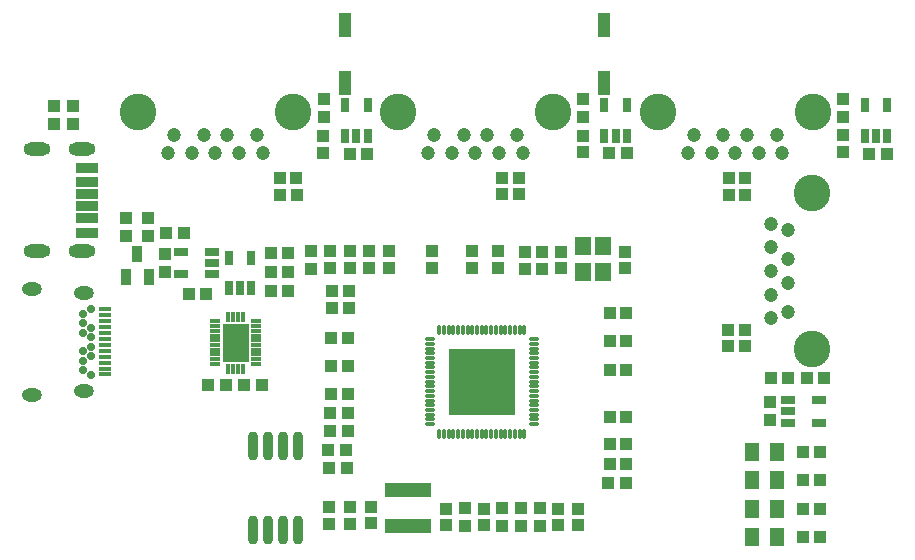
<source format=gbr>
%TF.GenerationSoftware,Altium Limited,Altium Designer,19.0.4 (130)*%
G04 Layer_Color=8388736*
%FSLAX45Y45*%
%MOMM*%
%TF.FileFunction,Soldermask,Top*%
%TF.Part,Single*%
G01*
G75*
%TA.AperFunction,ComponentPad*%
%ADD46O,1.70160X1.10160*%
%ADD47C,0.70160*%
%ADD48C,3.10002*%
%ADD49C,1.20002*%
%ADD50O,2.30160X1.10160*%
%TA.AperFunction,SMDPad,CuDef*%
%ADD57R,1.40320X1.60320*%
%ADD58R,0.80320X1.20320*%
%ADD59R,1.20320X0.80320*%
%ADD60O,0.83320X2.45321*%
%ADD61O,0.40320X0.90320*%
%ADD62O,0.90320X0.40320*%
%ADD63R,2.20320X3.20319*%
%ADD64O,0.90160X0.30160*%
%ADD65O,0.30160X0.90160*%
%ADD66R,5.70159X5.70159*%
%ADD67R,1.11161X0.40160*%
%ADD68R,1.00968X1.06721*%
%ADD69R,1.06721X1.00968*%
%ADD70R,0.90320X1.45321*%
%ADD71R,3.90320X1.30320*%
%ADD72R,1.90160X0.90160*%
%ADD73R,1.20320X1.60274*%
%ADD74R,1.00320X1.10320*%
%ADD75R,1.10320X1.00320*%
%ADD76R,1.00320X2.00320*%
D46*
X244992Y1449982D02*
D03*
X684005Y1485999D02*
D03*
Y2311982D02*
D03*
X244992Y2347999D02*
D03*
D47*
X674003Y1658978D02*
D03*
X673987Y1738948D02*
D03*
X744013Y1778991D02*
D03*
X744008Y1618991D02*
D03*
X743997Y1858960D02*
D03*
X744008Y1938980D02*
D03*
X743995Y2018952D02*
D03*
X674005Y1978995D02*
D03*
X673990Y2058965D02*
D03*
X673987Y1818958D02*
D03*
X674000Y2138985D02*
D03*
X744003Y2178980D02*
D03*
D48*
X2456999Y3850010D02*
D03*
X3343001D02*
D03*
X4656999D02*
D03*
X5543001D02*
D03*
X6850009Y3156999D02*
D03*
X6856999Y3850010D02*
D03*
X6850009Y1843001D02*
D03*
X1143001Y3850010D02*
D03*
D49*
X2000000Y3500000D02*
D03*
X2199999D02*
D03*
X2149987Y3650013D02*
D03*
X1900000D02*
D03*
X1700000D02*
D03*
X1800000Y3500000D02*
D03*
X1600000D02*
D03*
X1400001D02*
D03*
X1450013Y3650013D02*
D03*
X3600001Y3500000D02*
D03*
X3800000D02*
D03*
X3900000Y3650013D02*
D03*
X3650013D02*
D03*
X4100000D02*
D03*
X4199999Y3500000D02*
D03*
X4000000D02*
D03*
X4399999D02*
D03*
X4349986Y3650013D02*
D03*
X5850013D02*
D03*
X5800001Y3500000D02*
D03*
X6000000D02*
D03*
X6200000D02*
D03*
X6100000Y3650013D02*
D03*
X6300000D02*
D03*
X6549987D02*
D03*
X6599999Y3500000D02*
D03*
X6400000D02*
D03*
X6500000Y2899999D02*
D03*
Y2700000D02*
D03*
Y2500000D02*
D03*
Y2300000D02*
D03*
Y2100001D02*
D03*
X6650012Y2150013D02*
D03*
Y2400000D02*
D03*
Y2600000D02*
D03*
Y2849987D02*
D03*
D50*
X670993Y2667994D02*
D03*
X289002D02*
D03*
X670998Y3532006D02*
D03*
X289007D02*
D03*
D57*
X4908639Y2494001D02*
D03*
Y2714008D02*
D03*
X5078641Y2714015D02*
D03*
Y2494001D02*
D03*
D58*
X1911002Y2353013D02*
D03*
X2005998Y2353008D02*
D03*
X2100994Y2353003D02*
D03*
X2101009Y2613002D02*
D03*
X1911017Y2613013D02*
D03*
X2898002Y3646013D02*
D03*
X2992998Y3646008D02*
D03*
X3087994Y3646003D02*
D03*
X3088009Y3906002D02*
D03*
X2898017Y3906013D02*
D03*
X5092501Y3647013D02*
D03*
X5187497Y3647008D02*
D03*
X5282493Y3647003D02*
D03*
X5282509Y3907002D02*
D03*
X5092517Y3907013D02*
D03*
X7296001Y3647013D02*
D03*
X7390997Y3647008D02*
D03*
X7485993Y3647003D02*
D03*
X7486009Y3907002D02*
D03*
X7296017Y3907013D02*
D03*
D59*
X1507988Y2474017D02*
D03*
X1507998Y2664009D02*
D03*
X1767997Y2663993D02*
D03*
X1767992Y2568997D02*
D03*
X1767987Y2474001D02*
D03*
X6646013Y1406998D02*
D03*
X6646008Y1312002D02*
D03*
X6646003Y1217006D02*
D03*
X6906002Y1216991D02*
D03*
X6906012Y1406983D02*
D03*
D60*
X2119884Y310957D02*
D03*
X2246884D02*
D03*
X2373884D02*
D03*
X2500884D02*
D03*
Y1016955D02*
D03*
X2373884D02*
D03*
X2246884D02*
D03*
X2119884D02*
D03*
D61*
X1909745Y1673560D02*
D03*
X1949750D02*
D03*
X1990060D02*
D03*
X2029760D02*
D03*
Y2113559D02*
D03*
X1990060D02*
D03*
X1949750D02*
D03*
X1909760D02*
D03*
D62*
X1799760Y1713560D02*
D03*
Y1753565D02*
D03*
Y1793545D02*
D03*
X2139759Y1793540D02*
D03*
Y1753560D02*
D03*
Y1713560D02*
D03*
Y1833545D02*
D03*
Y1873550D02*
D03*
Y1913555D02*
D03*
Y1953560D02*
D03*
Y1993539D02*
D03*
Y2033544D02*
D03*
Y2073549D02*
D03*
X1799760Y2073559D02*
D03*
Y2033549D02*
D03*
Y1993544D02*
D03*
Y1953565D02*
D03*
Y1913560D02*
D03*
Y1873555D02*
D03*
Y1833550D02*
D03*
D63*
X1969770Y1893570D02*
D03*
D64*
X3614141Y1202868D02*
D03*
Y1242873D02*
D03*
Y1282878D02*
D03*
Y1322883D02*
D03*
Y1362888D02*
D03*
Y1402893D02*
D03*
Y1442872D02*
D03*
Y1482877D02*
D03*
Y1522882D02*
D03*
Y1562887D02*
D03*
Y1602867D02*
D03*
Y1642872D02*
D03*
Y1682877D02*
D03*
Y1722882D02*
D03*
Y1762887D02*
D03*
Y1802892D02*
D03*
Y1842872D02*
D03*
Y1882877D02*
D03*
Y1922882D02*
D03*
X4493997Y1442872D02*
D03*
Y1402893D02*
D03*
Y1362888D02*
D03*
Y1322883D02*
D03*
Y1282878D02*
D03*
Y1242873D02*
D03*
Y1202868D02*
D03*
Y1482877D02*
D03*
Y1522882D02*
D03*
Y1562887D02*
D03*
Y1602867D02*
D03*
Y1642872D02*
D03*
Y1682877D02*
D03*
Y1722882D02*
D03*
Y1762887D02*
D03*
Y1802892D02*
D03*
Y1842872D02*
D03*
Y1882877D02*
D03*
Y1922882D02*
D03*
D65*
X3694074Y1122959D02*
D03*
X3734079D02*
D03*
X3774084D02*
D03*
X3814064D02*
D03*
X3854069D02*
D03*
X3894074D02*
D03*
X3934079D02*
D03*
X3974084D02*
D03*
X4014064D02*
D03*
X4054069D02*
D03*
X4094074D02*
D03*
X4134079D02*
D03*
X4174084D02*
D03*
X4214063D02*
D03*
X4254068D02*
D03*
X4294073D02*
D03*
X4334078D02*
D03*
X4374083D02*
D03*
X4414088D02*
D03*
Y2002815D02*
D03*
X4374083D02*
D03*
X4334078D02*
D03*
X4294073D02*
D03*
X4254068D02*
D03*
X4214063D02*
D03*
X4174084D02*
D03*
X4134079D02*
D03*
X4094074D02*
D03*
X4054069D02*
D03*
X4014064D02*
D03*
X3974084D02*
D03*
X3934079D02*
D03*
X3894074D02*
D03*
X3854069D02*
D03*
X3814064D02*
D03*
X3774084D02*
D03*
X3734079D02*
D03*
X3694074D02*
D03*
D66*
X4054094Y1562862D02*
D03*
D67*
X865006Y1623997D02*
D03*
Y1673984D02*
D03*
Y1723997D02*
D03*
Y1773984D02*
D03*
Y1823997D02*
D03*
Y1873984D02*
D03*
Y1923997D02*
D03*
Y1973984D02*
D03*
Y2023996D02*
D03*
Y2073984D02*
D03*
Y2123996D02*
D03*
Y2173983D02*
D03*
D68*
X1736573Y1531366D02*
D03*
X1887220D02*
D03*
X2043544D02*
D03*
X2194192D02*
D03*
X2755936Y981710D02*
D03*
X2906583D02*
D03*
X2909316Y833628D02*
D03*
X2758669D02*
D03*
X2769850Y1145286D02*
D03*
X2920497D02*
D03*
Y1297686D02*
D03*
X2769850D02*
D03*
X2782545Y2183892D02*
D03*
Y2332990D02*
D03*
X2933192D02*
D03*
Y2183892D02*
D03*
X2417907Y2648000D02*
D03*
X2267259D02*
D03*
Y2332000D02*
D03*
X2417907D02*
D03*
X1533324Y2819000D02*
D03*
X1382676D02*
D03*
X2935676Y3494000D02*
D03*
X3086324D02*
D03*
X5132676Y3503000D02*
D03*
X5283324D02*
D03*
X6804000Y1591000D02*
D03*
X6954648D02*
D03*
X6921009Y970873D02*
D03*
X6770362D02*
D03*
Y729248D02*
D03*
X6921009D02*
D03*
Y487623D02*
D03*
X6770362D02*
D03*
Y245998D02*
D03*
X6921009D02*
D03*
X5274450Y705104D02*
D03*
X5123802D02*
D03*
X7334676Y3493000D02*
D03*
X7485324D02*
D03*
D69*
X1372000Y2493676D02*
D03*
Y2644324D02*
D03*
X1229000Y2948324D02*
D03*
X1044000Y2948647D02*
D03*
Y2798000D02*
D03*
X1229000Y2797676D02*
D03*
X590000Y3745676D02*
D03*
Y3896324D02*
D03*
X432000D02*
D03*
Y3745676D02*
D03*
X2608000Y2668324D02*
D03*
Y2517676D02*
D03*
X2715000Y3802676D02*
D03*
Y3953324D02*
D03*
X4417000Y2664324D02*
D03*
X4566000D02*
D03*
Y2513676D02*
D03*
X4417000D02*
D03*
X4913000Y3802000D02*
D03*
Y3952647D02*
D03*
X7109000Y3803000D02*
D03*
Y3953647D02*
D03*
X6494000Y1392000D02*
D03*
Y1241353D02*
D03*
X4545838Y494693D02*
D03*
X4387088D02*
D03*
Y344046D02*
D03*
X4545838D02*
D03*
X4228338Y494693D02*
D03*
Y344046D02*
D03*
X3911092Y494693D02*
D03*
Y344046D02*
D03*
D70*
X1042999Y2447005D02*
D03*
X1233001D02*
D03*
X1138000Y2646995D02*
D03*
D71*
X3431032Y344932D02*
D03*
Y644932D02*
D03*
D72*
X711000Y2824994D02*
D03*
Y2948006D02*
D03*
Y3049987D02*
D03*
Y3149987D02*
D03*
Y3251993D02*
D03*
Y3375006D02*
D03*
D73*
X6345726Y245998D02*
D03*
X6555784D02*
D03*
Y487623D02*
D03*
X6345726D02*
D03*
Y729248D02*
D03*
X6555784D02*
D03*
Y970873D02*
D03*
X6345726D02*
D03*
D74*
X1579010Y2309000D02*
D03*
X1718990D02*
D03*
X2271010Y2490000D02*
D03*
X2410990D02*
D03*
X2780756Y1933956D02*
D03*
X2920736D02*
D03*
Y1698244D02*
D03*
X2780756D02*
D03*
Y1462532D02*
D03*
X2920736D02*
D03*
X2486546Y3141980D02*
D03*
X2346566D02*
D03*
X2345296Y3286506D02*
D03*
X2485276D02*
D03*
X5136363Y1033272D02*
D03*
X5276342D02*
D03*
Y866394D02*
D03*
X5136363D02*
D03*
X5136248Y1267206D02*
D03*
X5276228D02*
D03*
X5276342Y1664970D02*
D03*
X5136363D02*
D03*
Y1903559D02*
D03*
X5276342D02*
D03*
Y2142147D02*
D03*
X5136363D02*
D03*
X6146660Y3141980D02*
D03*
X6286640D02*
D03*
X6286894Y3289046D02*
D03*
X6146914D02*
D03*
X6504010Y1592000D02*
D03*
X6643990D02*
D03*
D75*
X2758669Y360427D02*
D03*
X2937925D02*
D03*
X3117596Y364604D02*
D03*
Y504584D02*
D03*
X2937925Y500406D02*
D03*
X2758669D02*
D03*
X3751580Y347840D02*
D03*
X4070350Y346291D02*
D03*
Y486270D02*
D03*
X3751580Y487820D02*
D03*
X4703312Y346291D02*
D03*
X4870195D02*
D03*
Y486270D02*
D03*
X4703312D02*
D03*
X6140958Y1861934D02*
D03*
Y2001914D02*
D03*
X6285738Y2002028D02*
D03*
Y1862049D02*
D03*
X5263388Y2523096D02*
D03*
Y2663076D02*
D03*
X4726686D02*
D03*
Y2523096D02*
D03*
X4373292Y3149206D02*
D03*
Y3289186D02*
D03*
X4910000Y3506010D02*
D03*
Y3645990D02*
D03*
X4226988Y3288424D02*
D03*
Y3148444D02*
D03*
X3630000Y2664990D02*
D03*
Y2525010D02*
D03*
X3973000D02*
D03*
Y2664990D02*
D03*
X4196000D02*
D03*
Y2525010D02*
D03*
X3265424D02*
D03*
Y2664990D02*
D03*
X3099523Y2665247D02*
D03*
Y2525268D02*
D03*
X2935654D02*
D03*
Y2665247D02*
D03*
X2769000Y2664990D02*
D03*
Y2525010D02*
D03*
X2714000Y3503021D02*
D03*
Y3643000D02*
D03*
X7109000Y3649000D02*
D03*
Y3509021D02*
D03*
D76*
X2898000Y4090000D02*
D03*
Y4580000D02*
D03*
X5090000Y4090000D02*
D03*
Y4580000D02*
D03*
%TF.MD5,ef863720338c3cd95f89c9565a501a4b*%
M02*

</source>
